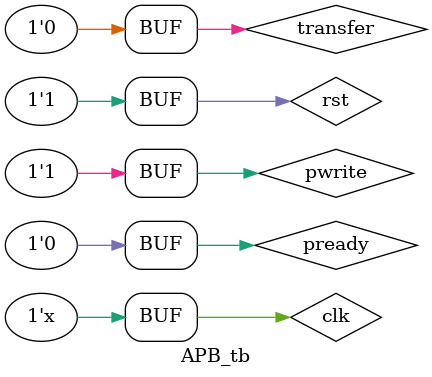
<source format=v>
module APB #(parameter idle=0,setup=1,access=2)(
         input clk,rst,
         input transfer,pready,pwrite,
         output reg pselx,penable
         );
reg[1:0]cs,ns;

always @(posedge clk or negedge rst)
begin
if(!rst)
    begin
    cs<=0;
    {pselx,penable}=2'b00;
    end
    else
        cs<=ns;
end

always @(*)
begin
    case(cs)
    idle : if(transfer==1)
             begin
             ns<=setup;
             pselx<=1;
             penable<=0;
             end
           else
             begin
             ns<=idle;
             {pselx,penable}=2'b00;
             end
     setup : if(transfer==1)
               begin
               ns<=access;
               {pselx,penable}<=2'b11;
               end
             else
               begin
               ns<=setup;
               pselx<=0;
               penable<=0;
               end
      access : if(pready==0)
                 begin
                 ns<=access;
                 {pselx,penable}<=2'b11;
                 end
               else
                   begin
                   if(transfer==1)
                       begin
                       ns<=setup;
                       pselx<=1;
                       penable<=0;
                       end
                   else
                       begin
                       ns<=idle;
                       pselx<=0;
                       penable<=0;
                       end
                   end
       endcase
end
endmodule

module APB_tb();
     reg clk,rst;
     reg transfer,pready,pwrite;
     wire pselx,penable;

//instantiation
    APB A1(clk,rst,transfer,pready,pwrite,pselx,penable);

    initial
    clk=0;
    always #5 clk=~clk;

    initial
    begin
    rst=0;
#20;
    rst=1;
    end

    initial
    begin
    transfer=0;
#20;
   // repeat(20)
   // {transfer,pready}=$random;#10;
    transfer=1;#10;
    //pready=0;#10;
   // pready=1;
    transfer=1;#10;
    pready=0;//pready=0;
    transfer=0;
    pwrite=1;#10;
    //transfer=0;#10;
    end
    
    always @(A1.cs)
    begin
       case(A1.cs)
       0 : $display("IDLE");
       1 : $display("SETUP");
       2 : $display("ACCESS");
       endcase
    end
    
    always @(posedge clk)
    begin
       if(A1.cs==A1.access && penable==1 && pwrite==1)
       $display("HI");
       else
           if(A1.cs==A1.access && penable==1 && pwrite==0)
           $display("BYE");
    end
    
    initial
    $monitor("clk=%d,rst=%d,transfer=%d,pready=%d,pselx=%d,penable=%d,Time=%t,pwrite=%d",clk,rst,transfer,pready,pselx,penable,$time,pwrite);
    endmodule
   
                  
              


</source>
